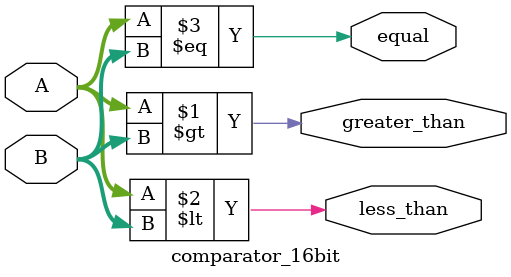
<source format=v>
module comparator_16bit (
    input [15:0] A,        // First 16-bit input
    input [15:0] B,        // Second 16-bit input
    output greater_than,   // Output: A > B
    output less_than,      // Output: A < B
    output equal           // Output: A == B
);

    assign greater_than = (A > B); // A greater than B
    assign less_than = (A < B);    // A less than B
    assign equal = (A == B);       // A equal to B

endmodule

</source>
